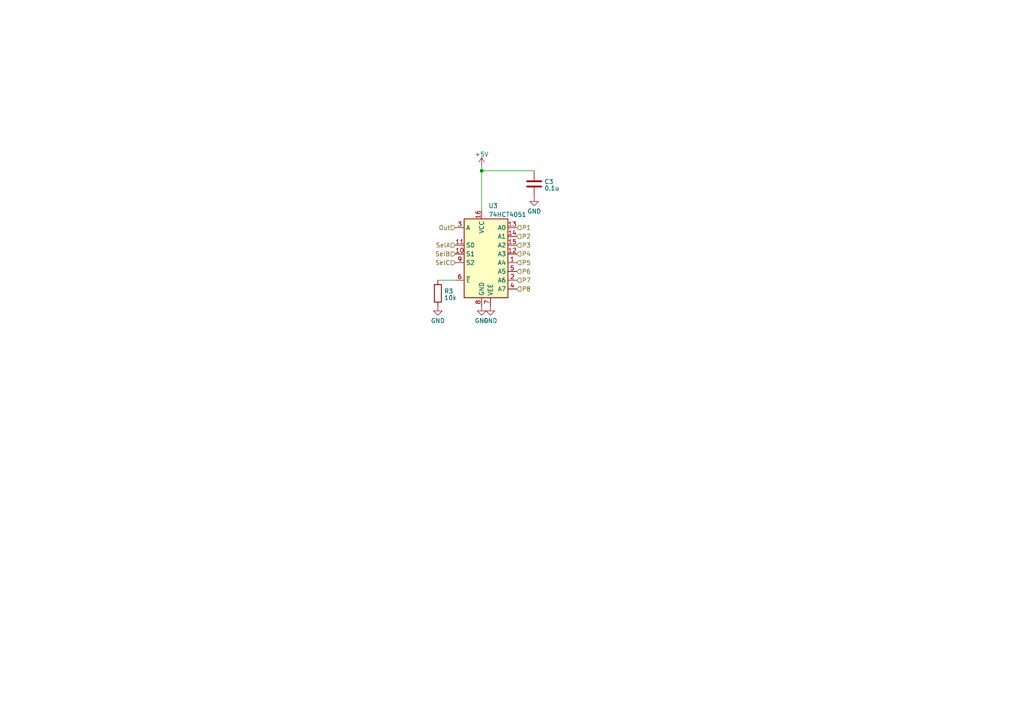
<source format=kicad_sch>
(kicad_sch (version 20230121) (generator eeschema)
  (paper "A4")
  (lib_symbols
    (symbol "74xx:74HCT4051"
      (property "Reference" "U" (at -5.08 11.43 0))
      (property "Value" "74HCT4051" (at -7.62 -13.97 0))
      (symbol "74HCT4051_0_1"
        (rectangle (start -5.08 10.16) (end 7.62 -12.7) (stroke (width 0.254)) (fill (type background)))
      )
      (symbol "74HCT4051_1_1"
        (pin passive line (at 10.16 -2.54 180) (length 2.54) (name "A4") (number "1"))
        (pin input line (at -7.62 0 0) (length 2.54) (name "S1") (number "10"))
        (pin input line (at -7.62 2.54 0) (length 2.54) (name "S0") (number "11"))
        (pin passive line (at 10.16 0 180) (length 2.54) (name "A3") (number "12"))
        (pin passive line (at 10.16 7.62 180) (length 2.54) (name "A0") (number "13"))
        (pin passive line (at 10.16 5.08 180) (length 2.54) (name "A1") (number "14"))
        (pin passive line (at 10.16 2.54 180) (length 2.54) (name "A2") (number "15"))
        (pin power_in line (at 0 12.7 270) (length 2.54) (name "VCC") (number "16"))
        (pin passive line (at 10.16 -7.62 180) (length 2.54) (name "A6") (number "2"))
        (pin passive line (at -7.62 7.62 0) (length 2.54) (name "A") (number "3"))
        (pin passive line (at 10.16 -10.16 180) (length 2.54) (name "A7") (number "4"))
        (pin passive line (at 10.16 -5.08 180) (length 2.54) (name "A5") (number "5"))
        (pin input line (at -7.62 -7.62 0) (length 2.54) (name "~{E}") (number "6"))
        (pin power_in line (at 2.54 -15.24 90) (length 2.54) (name "VEE") (number "7"))
        (pin power_in line (at 0 -15.24 90) (length 2.54) (name "GND") (number "8"))
        (pin input line (at -7.62 -2.54 0) (length 2.54) (name "S2") (number "9"))
      )
    )
    (symbol "Device:C" (pin_numbers hide) (pin_names (offset 0.254))
      (property "Reference" "C" (at 0.635 2.54 0))
      (property "Value" "C" (at 0.635 -2.54 0))
      (symbol "C_0_1"
        (polyline (pts (xy -2.032 -0.762) (xy 2.032 -0.762)) (stroke (width 0.508)))
        (polyline (pts (xy -2.032 0.762) (xy 2.032 0.762)) (stroke (width 0.508)))
      )
      (symbol "C_1_1"
        (pin passive line (at 0 3.81 270) (length 2.794) (name "~") (number "1"))
        (pin passive line (at 0 -3.81 90) (length 2.794) (name "~") (number "2"))
      )
    )
    (symbol "Device:R" (pin_numbers hide) (pin_names (offset 0))
      (property "Reference" "R" (at 2.032 0 90))
      (property "Value" "R" (at 0 0 90))
      (symbol "R_0_1"
        (rectangle (start -1.016 -2.54) (end 1.016 2.54) (stroke (width 0.254)))
      )
      (symbol "R_1_1"
        (pin passive line (at 0 3.81 270) (length 1.27) (name "~") (number "1"))
        (pin passive line (at 0 -3.81 90) (length 1.27) (name "~") (number "2"))
      )
    )
    (symbol "power:+5V" (power) (pin_names (offset 0))
      (property "Value" "+5V" (at 0 3.556 0))
      (symbol "+5V_0_1"
        (polyline (pts (xy -0.762 1.27) (xy 0 2.54)))
        (polyline (pts (xy 0 0) (xy 0 2.54)))
        (polyline (pts (xy 0 2.54) (xy 0.762 1.27)))
      )
      (symbol "+5V_1_1"
        (pin power_in line (at 0 0 90) (length 0) hide (name "+5V") (number "1"))
      )
    )
    (symbol "power:GND" (power) (pin_names (offset 0))
      (property "Value" "GND" (at 0 -3.81 0))
      (symbol "GND_0_1"
        (polyline (pts (xy 0 0) (xy 0 -1.27) (xy 1.27 -1.27) (xy 0 -2.54) (xy -1.27 -1.27) (xy 0 -1.27)))
      )
      (symbol "GND_1_1"
        (pin power_in line (at 0 0 270) (length 0) hide (name "GND") (number "1"))
      )
    )
  )
  (junction (at 139.7 49.53))
  (wire (pts (xy 127 81.28) (xy 132.08 81.28)))
  (wire (pts (xy 139.7 48.26) (xy 139.7 49.53)))
  (wire (pts (xy 139.7 49.53) (xy 139.7 60.96)))
  (wire (pts (xy 139.7 49.53) (xy 154.94 49.53)))
  (hierarchical_label "P8" (shape input) (at 149.86 83.82 0))
  (hierarchical_label "P1" (shape input) (at 149.86 66.04 0))
  (hierarchical_label "P4" (shape input) (at 149.86 73.66 0))
  (hierarchical_label "Out" (shape input) (at 132.08 66.04 180))
  (hierarchical_label "P6" (shape input) (at 149.86 78.74 0))
  (hierarchical_label "SelB" (shape input) (at 132.08 73.66 180))
  (hierarchical_label "P2" (shape input) (at 149.86 68.58 0))
  (hierarchical_label "P3" (shape input) (at 149.86 71.12 0))
  (hierarchical_label "SelC" (shape input) (at 132.08 76.2 180))
  (hierarchical_label "P5" (shape input) (at 149.86 76.2 0))
  (hierarchical_label "P7" (shape input) (at 149.86 81.28 0))
  (hierarchical_label "SelA" (shape input) (at 132.08 71.12 180))
  (symbol (lib_id "power:GND") (at 127 88.9 0) (unit 1)
    (property "Reference" "#PWR017" (effects hide))
    (property "Value" "GND" (at 127 93.0355 0))
    (instances (project "photodiode_jasmine" (path "" (reference "#PWR017") (unit 1)) (path "" (reference "#PWR07") (unit 1)) (path "" (reference "#PWR012") (unit 1))))
  )
  (symbol (lib_id "power:+5V") (at 139.7 48.26 0) (unit 1)
    (property "Reference" "#PWR018" (effects hide))
    (property "Value" "+5V" (at 139.7 44.7581 0))
    (instances (project "photodiode_jasmine" (path "" (reference "#PWR018") (unit 1)) (path "" (reference "#PWR08") (unit 1)) (path "" (reference "#PWR013") (unit 1))))
  )
  (symbol (lib_id "74xx:74HCT4051") (at 139.7 73.66 0) (unit 1)
    (property "Reference" "U3" (at 141.6559 59.69 0) (effects (justify left)))
    (property "Value" "74HCT4051" (at 141.6559 62.23 0) (effects (justify left)))
    (property "Footprint" "Package_DIP:DIP-16_W7.62mm" (effects hide))
    (property "Datasheet" "http://www.ti.com/lit/ds/symlink/cd74hct4051.pdf" (effects hide))
    (instances (project "photodiode_jasmine" (path "" (reference "U3") (unit 1)) (path "" (reference "U1") (unit 1)) (path "" (reference "U2") (unit 1))))
  )
  (symbol (lib_id "power:GND") (at 154.94 57.15 0) (unit 1)
    (property "Reference" "#PWR021" (effects hide))
    (property "Value" "GND" (at 154.94 61.2855 0))
    (instances (project "photodiode_jasmine" (path "" (reference "#PWR021") (unit 1)) (path "" (reference "#PWR011") (unit 1)) (path "" (reference "#PWR016") (unit 1))))
  )
  (symbol (lib_id "Device:C") (at 154.94 53.34 0) (unit 1)
    (property "Reference" "C3" (at 157.861 52.6963 0) (effects (justify left)))
    (property "Value" "0.1u" (at 157.861 54.6173 0) (effects (justify left)))
    (property "Footprint" "Capacitor_THT:C_Disc_D5.1mm_W3.2mm_P5.00mm" (effects hide))
    (instances (project "photodiode_jasmine" (path "" (reference "C3") (unit 1)) (path "" (reference "C3") (unit 1)) (path "" (reference "C1") (unit 1)) (path "" (reference "C2") (unit 1))))
  )
  (symbol (lib_id "power:GND") (at 142.24 88.9 0) (unit 1)
    (property "Reference" "#PWR020" (effects hide))
    (property "Value" "GND" (at 142.24 93.0355 0))
    (instances (project "photodiode_jasmine" (path "" (reference "#PWR020") (unit 1)) (path "" (reference "#PWR010") (unit 1)) (path "" (reference "#PWR015") (unit 1))))
  )
  (symbol (lib_id "power:GND") (at 139.7 88.9 0) (unit 1)
    (property "Reference" "#PWR019" (effects hide))
    (property "Value" "GND" (at 139.7 93.0355 0))
    (instances (project "photodiode_jasmine" (path "" (reference "#PWR019") (unit 1)) (path "" (reference "#PWR09") (unit 1)) (path "" (reference "#PWR014") (unit 1))))
  )
  (symbol (lib_id "Device:R") (at 127 85.09 0) (unit 1)
    (property "Reference" "R3" (at 128.778 84.4463 0) (effects (justify left)))
    (property "Value" "10k" (at 128.778 86.3673 0) (effects (justify left)))
    (property "Footprint" "Resistor_THT:R_Axial_DIN0204_L3.6mm_D1.6mm_P5.08mm_Horizontal" (effects hide))
    (instances (project "photodiode_jasmine" (path "" (reference "R3") (unit 1)) (path "" (reference "R1") (unit 1)) (path "" (reference "R2") (unit 1))))
  )
)
</source>
